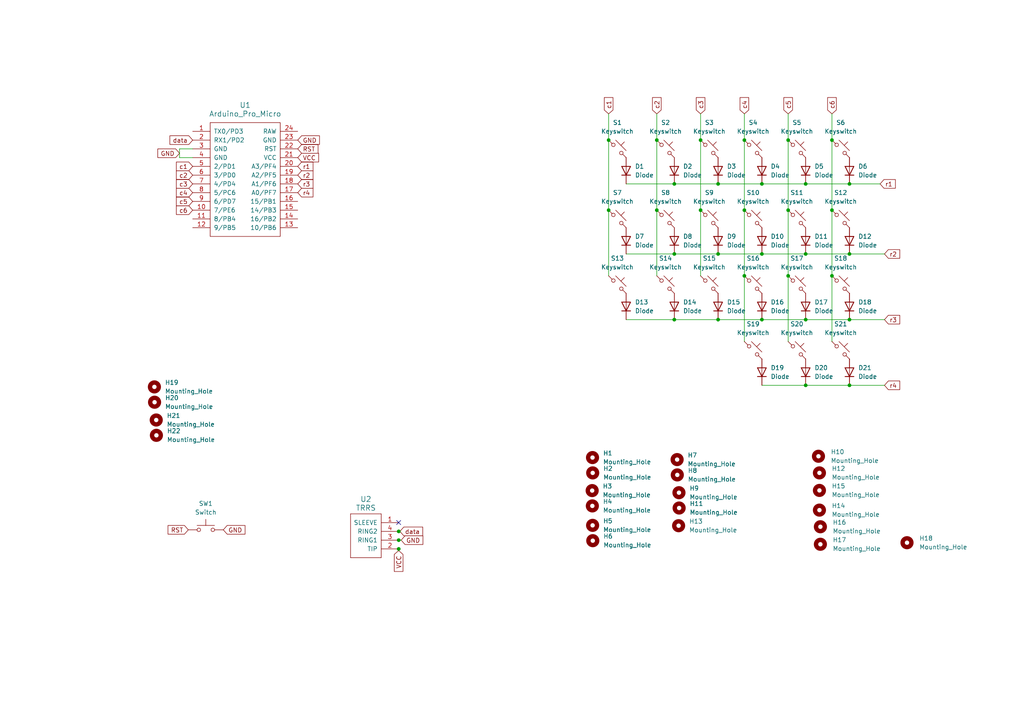
<source format=kicad_sch>
(kicad_sch (version 20230121) (generator eeschema)
  (paper "A4")
  (lib_symbols
    (symbol "ScottoKeebs:MCU_Arduino_Pro_Micro" (pin_names (offset 1.016))
      (property "Reference" "U" (at 0 0 0))
      (property "Value" "Arduino_Pro_Micro" (at 0 -19.05 0))
      (symbol "MCU_Arduino_Pro_Micro_0_1"
        (rectangle (start -10.16 16.51) (end 10.16 -16.51))
      )
      (symbol "MCU_Arduino_Pro_Micro_1_1"
        (pin input line (at -15.24 13.97 0) (length 5.08) (name "TX0/PD3") (number "1"))
        (pin input line (at -15.24 -8.89 0) (length 5.08) (name "7/PE6") (number "10"))
        (pin input line (at -15.24 -11.43 0) (length 5.08) (name "8/PB4") (number "11"))
        (pin input line (at -15.24 -13.97 0) (length 5.08) (name "9/PB5") (number "12"))
        (pin input line (at 15.24 -13.97 180) (length 5.08) (name "10/PB6") (number "13"))
        (pin input line (at 15.24 -11.43 180) (length 5.08) (name "16/PB2") (number "14"))
        (pin input line (at 15.24 -8.89 180) (length 5.08) (name "14/PB3") (number "15"))
        (pin input line (at 15.24 -6.35 180) (length 5.08) (name "15/PB1") (number "16"))
        (pin input line (at 15.24 -3.81 180) (length 5.08) (name "A0/PF7") (number "17"))
        (pin input line (at 15.24 -1.27 180) (length 5.08) (name "A1/PF6") (number "18"))
        (pin input line (at 15.24 1.27 180) (length 5.08) (name "A2/PF5") (number "19"))
        (pin input line (at -15.24 11.43 0) (length 5.08) (name "RX1/PD2") (number "2"))
        (pin input line (at 15.24 3.81 180) (length 5.08) (name "A3/PF4") (number "20"))
        (pin input line (at 15.24 6.35 180) (length 5.08) (name "VCC") (number "21"))
        (pin input line (at 15.24 8.89 180) (length 5.08) (name "RST") (number "22"))
        (pin input line (at 15.24 11.43 180) (length 5.08) (name "GND") (number "23"))
        (pin input line (at 15.24 13.97 180) (length 5.08) (name "RAW") (number "24"))
        (pin input line (at -15.24 8.89 0) (length 5.08) (name "GND") (number "3"))
        (pin input line (at -15.24 6.35 0) (length 5.08) (name "GND") (number "4"))
        (pin input line (at -15.24 3.81 0) (length 5.08) (name "2/PD1") (number "5"))
        (pin input line (at -15.24 1.27 0) (length 5.08) (name "3/PD0") (number "6"))
        (pin input line (at -15.24 -1.27 0) (length 5.08) (name "4/PD4") (number "7"))
        (pin input line (at -15.24 -3.81 0) (length 5.08) (name "5/PC6") (number "8"))
        (pin input line (at -15.24 -6.35 0) (length 5.08) (name "6/PD7") (number "9"))
      )
    )
    (symbol "ScottoKeebs:Placeholder_Diode" (pin_numbers hide) (pin_names hide)
      (property "Reference" "D" (at 0 2.54 0))
      (property "Value" "Diode" (at 0 -2.54 0))
      (symbol "Placeholder_Diode_0_1"
        (polyline (pts (xy -1.27 1.27) (xy -1.27 -1.27)) (stroke (width 0.254)))
        (polyline (pts (xy 1.27 0) (xy -1.27 0)))
        (polyline (pts (xy 1.27 1.27) (xy 1.27 -1.27) (xy -1.27 0) (xy 1.27 1.27)) (stroke (width 0.254)))
      )
      (symbol "Placeholder_Diode_1_1"
        (pin passive line (at -3.81 0 0) (length 2.54) (name "K") (number "1"))
        (pin passive line (at 3.81 0 180) (length 2.54) (name "A") (number "2"))
      )
    )
    (symbol "ScottoKeebs:Placeholder_Keyswitch" (pin_numbers hide) (pin_names (offset 1.016) hide)
      (property "Reference" "S" (at 3.048 1.016 0))
      (property "Value" "Keyswitch" (at 0 -3.81 0))
      (symbol "Placeholder_Keyswitch_0_1"
        (circle (center -1.1684 1.1684) (radius 0.508))
        (polyline (pts (xy -0.508 2.54) (xy 2.54 -0.508)))
        (polyline (pts (xy 1.016 1.016) (xy 2.032 2.032)))
        (polyline (pts (xy -2.54 2.54) (xy -1.524 1.524) (xy -1.524 1.524)))
        (polyline (pts (xy 1.524 -1.524) (xy 2.54 -2.54) (xy 2.54 -2.54) (xy 2.54 -2.54)))
        (circle (center 1.143 -1.1938) (radius 0.508))
        (pin passive line (at -2.54 2.54 0) (length 0) (name "1") (number "1"))
        (pin passive line (at 2.54 -2.54 180) (length 0) (name "2") (number "2"))
      )
    )
    (symbol "ScottoKeebs:Placeholder_Mounting_Hole" (pin_names (offset 1.016))
      (property "Reference" "H" (at 0 5.08 0))
      (property "Value" "Mounting_Hole" (at 0 3.175 0))
      (symbol "Placeholder_Mounting_Hole_0_1"
        (circle (center 0 0) (radius 1.27) (stroke (width 1.27)))
      )
    )
    (symbol "ScottoKeebs:Placeholder_Switch" (pin_numbers hide) (pin_names (offset 1.016) hide)
      (property "Reference" "SW" (at 1.27 2.54 0))
      (property "Value" "Switch" (at 0 -1.524 0))
      (symbol "Placeholder_Switch_0_1"
        (circle (center -2.032 0) (radius 0.508))
        (polyline (pts (xy 0 1.27) (xy 0 3.048)))
        (polyline (pts (xy 2.54 1.27) (xy -2.54 1.27)))
        (circle (center 2.032 0) (radius 0.508))
        (pin passive line (at -5.08 0 0) (length 2.54) (name "1") (number "1"))
        (pin passive line (at 5.08 0 180) (length 2.54) (name "2") (number "2"))
      )
    )
    (symbol "ScottoKeebs:Placeholder_TRRS" (pin_names (offset 1.016))
      (property "Reference" "U" (at 0 15.24 0))
      (property "Value" "TRRS" (at 0 -2.54 0))
      (symbol "Placeholder_TRRS_0_1"
        (rectangle (start -3.81 0) (end -3.81 12.7))
        (rectangle (start -3.81 0) (end 5.08 0))
        (rectangle (start -3.81 12.7) (end 5.08 12.7))
        (rectangle (start 5.08 12.7) (end 5.08 0))
      )
      (symbol "Placeholder_TRRS_1_1"
        (pin input line (at -8.89 2.54 0) (length 5.08) (name "SLEEVE") (number "1"))
        (pin input line (at -8.89 10.16 0) (length 5.08) (name "TIP") (number "2"))
        (pin input line (at -8.89 7.62 0) (length 5.08) (name "RING1") (number "3"))
        (pin input line (at -8.89 5.08 0) (length 5.08) (name "RING2") (number "4"))
      )
    )
  )
  (junction (at 215.9 40.64))
  (junction (at 190.5 40.64))
  (junction (at 246.38 111.76))
  (junction (at 220.98 73.66))
  (junction (at 195.58 92.71))
  (junction (at 228.6 60.96))
  (junction (at 228.6 40.64))
  (junction (at 203.2 60.96))
  (junction (at 233.68 73.66))
  (junction (at 233.68 53.34))
  (junction (at 241.3 80.01))
  (junction (at 190.5 60.96))
  (junction (at 246.38 73.66))
  (junction (at 220.98 92.71))
  (junction (at 228.6 80.01))
  (junction (at 241.3 40.64))
  (junction (at 115.6462 159.2072))
  (junction (at 203.2 40.64))
  (junction (at 215.9 60.96))
  (junction (at 220.98 53.34))
  (junction (at 246.38 92.71))
  (junction (at 246.38 53.34))
  (junction (at 208.28 53.34))
  (junction (at 195.58 53.34))
  (junction (at 233.68 92.71))
  (junction (at 115.6462 154.1272))
  (junction (at 241.3 60.96))
  (junction (at 176.53 40.64))
  (junction (at 233.68 111.76))
  (junction (at 215.9 80.01))
  (junction (at 208.28 92.71))
  (junction (at 208.28 73.66))
  (junction (at 115.6462 156.6672))
  (junction (at 195.58 73.66))
  (junction (at 176.53 60.96))
  (no_connect (at 115.6208 151.5618))
  (wire (pts (xy 246.38 73.66) (xy 256.54 73.66)))
  (wire (pts (xy 228.6 80.01) (xy 228.6 99.06)))
  (wire (pts (xy 195.58 53.34) (xy 208.28 53.34)))
  (wire (pts (xy 190.5 33.02) (xy 190.5 40.64)))
  (wire (pts (xy 115.6462 154.1272) (xy 116.0272 154.1272)))
  (wire (pts (xy 115.6462 159.2072) (xy 115.6462 159.6898)))
  (wire (pts (xy 115.5954 156.6672) (xy 115.6462 156.6672)))
  (wire (pts (xy 181.61 73.66) (xy 195.58 73.66)))
  (wire (pts (xy 176.53 33.02) (xy 176.53 40.64)))
  (wire (pts (xy 215.9 80.01) (xy 215.9 99.06)))
  (wire (pts (xy 52.07 43.18) (xy 52.07 45.72)))
  (wire (pts (xy 115.6462 159.1818) (xy 115.6462 159.2072)))
  (wire (pts (xy 215.9 60.96) (xy 215.9 80.01)))
  (wire (pts (xy 228.6 60.96) (xy 228.6 80.01)))
  (wire (pts (xy 181.61 92.71) (xy 195.58 92.71)))
  (wire (pts (xy 203.2 33.02) (xy 203.2 40.64)))
  (wire (pts (xy 241.3 33.02) (xy 241.3 40.64)))
  (wire (pts (xy 220.98 53.34) (xy 233.68 53.34)))
  (wire (pts (xy 208.28 73.66) (xy 220.98 73.66)))
  (wire (pts (xy 233.68 53.34) (xy 246.38 53.34)))
  (wire (pts (xy 233.68 111.76) (xy 246.38 111.76)))
  (wire (pts (xy 215.9 33.02) (xy 215.9 40.64)))
  (wire (pts (xy 241.3 60.96) (xy 241.3 80.01)))
  (wire (pts (xy 208.28 53.34) (xy 220.98 53.34)))
  (wire (pts (xy 115.6462 159.6898) (xy 115.6208 159.6898)))
  (wire (pts (xy 115.6208 154.1272) (xy 115.6462 154.1272)))
  (wire (pts (xy 116.0272 154.1272) (xy 116.0272 154.1018)))
  (wire (pts (xy 55.88 43.18) (xy 52.07 43.18)))
  (wire (pts (xy 228.6 33.02) (xy 228.6 40.64)))
  (wire (pts (xy 190.5 60.96) (xy 190.5 80.01)))
  (wire (pts (xy 215.9 40.64) (xy 215.9 60.96)))
  (wire (pts (xy 55.88 45.72) (xy 52.07 45.72)))
  (wire (pts (xy 208.28 92.71) (xy 220.98 92.71)))
  (wire (pts (xy 220.98 92.71) (xy 233.68 92.71)))
  (wire (pts (xy 116.0018 154.1018) (xy 116.0272 154.1018)))
  (wire (pts (xy 246.38 53.34) (xy 255.27 53.34)))
  (wire (pts (xy 195.58 73.66) (xy 208.28 73.66)))
  (wire (pts (xy 176.53 40.64) (xy 176.53 60.96)))
  (wire (pts (xy 115.6462 156.6672) (xy 116.3574 156.6672)))
  (wire (pts (xy 233.68 73.66) (xy 246.38 73.66)))
  (wire (pts (xy 181.61 53.34) (xy 195.58 53.34)))
  (wire (pts (xy 176.53 60.96) (xy 176.53 80.01)))
  (wire (pts (xy 246.38 111.76) (xy 256.54 111.76)))
  (wire (pts (xy 203.2 60.96) (xy 203.2 80.01)))
  (wire (pts (xy 241.3 80.01) (xy 241.3 99.06)))
  (wire (pts (xy 241.3 40.64) (xy 241.3 60.96)))
  (wire (pts (xy 190.5 40.64) (xy 190.5 60.96)))
  (wire (pts (xy 246.38 92.71) (xy 256.54 92.71)))
  (wire (pts (xy 220.98 111.76) (xy 233.68 111.76)))
  (wire (pts (xy 203.2 40.64) (xy 203.2 60.96)))
  (wire (pts (xy 220.98 73.66) (xy 233.68 73.66)))
  (wire (pts (xy 195.58 92.71) (xy 208.28 92.71)))
  (wire (pts (xy 233.68 92.71) (xy 246.38 92.71)))
  (wire (pts (xy 228.6 40.64) (xy 228.6 60.96)))
  (global_label "VCC" (shape input) (at 115.6208 159.6898 270) (property "Intersheetrefs" "${INTERSHEET_REFS}" (effects hide)))
  (global_label "r2" (shape input) (at 86.36 50.8 0) (property "Intersheetrefs" "${INTERSHEET_REFS}" (effects hide)))
  (global_label "RST" (shape input) (at 54.61 153.67 180) (property "Intersheetrefs" "${INTERSHEET_REFS}" (effects hide)))
  (global_label "r1" (shape input) (at 255.27 53.34 0) (property "Intersheetrefs" "${INTERSHEET_REFS}" (effects hide)))
  (global_label "c6" (shape input) (at 241.3 33.02 90) (property "Intersheetrefs" "${INTERSHEET_REFS}" (effects hide)))
  (global_label "RST" (shape input) (at 86.36 43.18 0) (property "Intersheetrefs" "${INTERSHEET_REFS}" (effects hide)))
  (global_label "c1" (shape input) (at 176.53 33.02 90) (property "Intersheetrefs" "${INTERSHEET_REFS}" (effects hide)))
  (global_label "r4" (shape input) (at 256.54 111.76 0) (property "Intersheetrefs" "${INTERSHEET_REFS}" (effects hide)))
  (global_label "data" (shape input) (at 116.0018 154.1272 0) (property "Intersheetrefs" "${INTERSHEET_REFS}" (effects hide)))
  (global_label "GND" (shape input) (at 52.07 44.45 180) (property "Intersheetrefs" "${INTERSHEET_REFS}" (effects hide)))
  (global_label "c6" (shape input) (at 55.88 60.96 180) (property "Intersheetrefs" "${INTERSHEET_REFS}" (effects hide)))
  (global_label "c4" (shape input) (at 55.88 55.88 180) (property "Intersheetrefs" "${INTERSHEET_REFS}" (effects hide)))
  (global_label "r4" (shape input) (at 86.36 55.88 0) (property "Intersheetrefs" "${INTERSHEET_REFS}" (effects hide)))
  (global_label "r3" (shape input) (at 86.36 53.34 0) (property "Intersheetrefs" "${INTERSHEET_REFS}" (effects hide)))
  (global_label "VCC" (shape input) (at 86.36 45.72 0) (property "Intersheetrefs" "${INTERSHEET_REFS}" (effects hide)))
  (global_label "GND" (shape input) (at 64.77 153.67 0) (property "Intersheetrefs" "${INTERSHEET_REFS}" (effects hide)))
  (global_label "r2" (shape input) (at 256.54 73.66 0) (property "Intersheetrefs" "${INTERSHEET_REFS}" (effects hide)))
  (global_label "c3" (shape input) (at 203.2 33.02 90) (property "Intersheetrefs" "${INTERSHEET_REFS}" (effects hide)))
  (global_label "c2" (shape input) (at 55.88 50.8 180) (property "Intersheetrefs" "${INTERSHEET_REFS}" (effects hide)))
  (global_label "c3" (shape input) (at 55.88 53.34 180) (property "Intersheetrefs" "${INTERSHEET_REFS}" (effects hide)))
  (global_label "c5" (shape input) (at 55.88 58.42 180) (property "Intersheetrefs" "${INTERSHEET_REFS}" (effects hide)))
  (global_label "r1" (shape input) (at 86.36 48.26 0) (property "Intersheetrefs" "${INTERSHEET_REFS}" (effects hide)))
  (global_label "r3" (shape input) (at 256.54 92.71 0) (property "Intersheetrefs" "${INTERSHEET_REFS}" (effects hide)))
  (global_label "GND" (shape input) (at 116.3574 156.6672 0) (property "Intersheetrefs" "${INTERSHEET_REFS}" (effects hide)))
  (global_label "c5" (shape input) (at 228.6 33.02 90) (property "Intersheetrefs" "${INTERSHEET_REFS}" (effects hide)))
  (global_label "c2" (shape input) (at 190.5 33.02 90) (property "Intersheetrefs" "${INTERSHEET_REFS}" (effects hide)))
  (global_label "c4" (shape input) (at 215.9 33.02 90) (property "Intersheetrefs" "${INTERSHEET_REFS}" (effects hide)))
  (global_label "c1" (shape input) (at 55.88 48.26 180) (property "Intersheetrefs" "${INTERSHEET_REFS}" (effects hide)))
  (global_label "data" (shape input) (at 55.88 40.64 180) (property "Intersheetrefs" "${INTERSHEET_REFS}" (effects hide)))
  (global_label "GND" (shape input) (at 86.36 40.64 0) (property "Intersheetrefs" "${INTERSHEET_REFS}" (effects hide)))
  (symbol (lib_id "ScottoKeebs:Placeholder_Diode") (at 246.38 88.9 90) (unit 1)
    (property "Reference" "D18" (at 248.92 87.63 90) (effects (justify right)))
    (property "Value" "Diode" (at 248.92 90.17 90) (effects (justify right)))
    (property "Footprint" "kbd:D3_SMD" (effects hide))
    (property "Sim.Device" "D" (effects hide))
    (property "Sim.Pins" "1=K 2=A" (effects hide))
  )
  (symbol (lib_id "ScottoKeebs:Placeholder_Keyswitch") (at 193.04 63.5 0) (unit 1)
    (property "Reference" "S8" (at 193.04 55.88 0))
    (property "Value" "Keyswitch" (at 193.04 58.42 0))
    (property "Footprint" "haf:Choc" (effects hide))
  )
  (symbol (lib_id "ScottoKeebs:Placeholder_Diode") (at 195.58 69.85 90) (unit 1)
    (property "Reference" "D8" (at 198.12 68.58 90) (effects (justify right)))
    (property "Value" "Diode" (at 198.12 71.12 90) (effects (justify right)))
    (property "Footprint" "kbd:D3_SMD" (effects hide))
    (property "Sim.Device" "D" (effects hide))
    (property "Sim.Pins" "1=K 2=A" (effects hide))
  )
  (symbol (lib_id "ScottoKeebs:Placeholder_Keyswitch") (at 193.04 82.55 0) (unit 1)
    (property "Reference" "S14" (at 193.04 74.93 0))
    (property "Value" "Keyswitch" (at 193.04 77.47 0))
    (property "Footprint" "haf:Choc" (effects hide))
  )
  (symbol (lib_id "ScottoKeebs:Placeholder_Keyswitch") (at 205.74 82.55 0) (unit 1)
    (property "Reference" "S15" (at 205.74 74.93 0))
    (property "Value" "Keyswitch" (at 205.74 77.47 0))
    (property "Footprint" "haf:Choc" (effects hide))
  )
  (symbol (lib_id "ScottoKeebs:Placeholder_Diode") (at 233.68 49.53 90) (unit 1)
    (property "Reference" "D5" (at 236.22 48.26 90) (effects (justify right)))
    (property "Value" "Diode" (at 236.22 50.8 90) (effects (justify right)))
    (property "Footprint" "kbd:D3_SMD" (effects hide))
    (property "Sim.Device" "D" (effects hide))
    (property "Sim.Pins" "1=K 2=A" (effects hide))
  )
  (symbol (lib_id "ScottoKeebs:Placeholder_Keyswitch") (at 193.04 43.18 0) (unit 1)
    (property "Reference" "S2" (at 193.04 35.56 0))
    (property "Value" "Keyswitch" (at 193.04 38.1 0))
    (property "Footprint" "haf:Choc" (effects hide))
  )
  (symbol (lib_id "ScottoKeebs:Placeholder_Diode") (at 208.28 49.53 90) (unit 1)
    (property "Reference" "D3" (at 210.82 48.26 90) (effects (justify right)))
    (property "Value" "Diode" (at 210.82 50.8 90) (effects (justify right)))
    (property "Footprint" "kbd:D3_SMD" (effects hide))
    (property "Sim.Device" "D" (effects hide))
    (property "Sim.Pins" "1=K 2=A" (effects hide))
  )
  (symbol (lib_id "ScottoKeebs:Placeholder_Diode") (at 220.98 107.95 90) (unit 1)
    (property "Reference" "D19" (at 223.52 106.68 90) (effects (justify right)))
    (property "Value" "Diode" (at 223.52 109.22 90) (effects (justify right)))
    (property "Footprint" "kbd:D3_SMD" (effects hide))
    (property "Sim.Device" "D" (effects hide))
    (property "Sim.Pins" "1=K 2=A" (effects hide))
  )
  (symbol (lib_id "ScottoKeebs:MCU_Arduino_Pro_Micro") (at 71.12 52.07 0) (unit 1)
    (property "Reference" "U1" (at 71.12 30.48 0) (effects (font (size 1.524 1.524))))
    (property "Value" "Arduino_Pro_Micro" (at 71.12 33.02 0) (effects (font (size 1.524 1.524))))
    (property "Footprint" "lily:ProMicro_rev2" (effects hide))
  )
  (symbol (lib_id "ScottoKeebs:Placeholder_Mounting_Hole") (at 44.831 116.6622 0) (unit 1)
    (property "Reference" "H20" (at 47.879 115.3922 0) (effects (justify left)))
    (property "Value" "Mounting_Hole" (at 47.879 117.9322 0) (effects (justify left)))
    (property "Footprint" "kbd:M2_HOLE_v3" (effects hide))
  )
  (symbol (lib_id "ScottoKeebs:Placeholder_Mounting_Hole") (at 171.7548 142.2908 0) (unit 1)
    (property "Reference" "H3" (at 174.8028 141.0208 0) (effects (justify left)))
    (property "Value" "Mounting_Hole" (at 174.8028 143.5608 0) (effects (justify left)))
    (property "Footprint" "Keebio-Parts:breakaway-hole" (effects hide))
  )
  (symbol (lib_id "ScottoKeebs:Placeholder_Diode") (at 181.61 88.9 90) (unit 1)
    (property "Reference" "D13" (at 184.15 87.63 90) (effects (justify right)))
    (property "Value" "Diode" (at 184.15 90.17 90) (effects (justify right)))
    (property "Footprint" "kbd:D3_SMD" (effects hide))
    (property "Sim.Device" "D" (effects hide))
    (property "Sim.Pins" "1=K 2=A" (effects hide))
  )
  (symbol (lib_id "ScottoKeebs:Placeholder_Mounting_Hole") (at 44.7802 112.2172 0) (unit 1)
    (property "Reference" "H19" (at 47.8282 110.9472 0) (effects (justify left)))
    (property "Value" "Mounting_Hole" (at 47.8282 113.4872 0) (effects (justify left)))
    (property "Footprint" "kbd:M2_HOLE_v3" (effects hide))
  )
  (symbol (lib_id "ScottoKeebs:Placeholder_Keyswitch") (at 205.74 43.18 0) (unit 1)
    (property "Reference" "S3" (at 205.74 35.56 0))
    (property "Value" "Keyswitch" (at 205.74 38.1 0))
    (property "Footprint" "haf:Choc" (effects hide))
  )
  (symbol (lib_id "ScottoKeebs:Placeholder_Keyswitch") (at 231.14 43.18 0) (unit 1)
    (property "Reference" "S5" (at 231.14 35.56 0))
    (property "Value" "Keyswitch" (at 231.14 38.1 0))
    (property "Footprint" "haf:Choc" (effects hide))
  )
  (symbol (lib_id "ScottoKeebs:Placeholder_TRRS") (at 106.7562 149.0472 180) (unit 1)
    (property "Reference" "U2" (at 106.1212 144.78 0) (effects (font (size 1.524 1.524))))
    (property "Value" "TRRS" (at 106.1212 147.32 0) (effects (font (size 1.524 1.524))))
    (property "Footprint" "haf:TRRS-PJ-320A-dual" (effects hide))
  )
  (symbol (lib_id "ScottoKeebs:Placeholder_Keyswitch") (at 179.07 82.55 0) (unit 1)
    (property "Reference" "S13" (at 179.07 74.93 0))
    (property "Value" "Keyswitch" (at 179.07 77.47 0))
    (property "Footprint" "haf:Choc" (effects hide))
  )
  (symbol (lib_id "ScottoKeebs:Placeholder_Switch") (at 59.69 153.67 0) (unit 1)
    (property "Reference" "SW1" (at 59.69 146.05 0))
    (property "Value" "Switch" (at 59.69 148.59 0))
    (property "Footprint" "lily:TACT_SWITCH_TVBP06" (effects hide))
  )
  (symbol (lib_id "ScottoKeebs:Placeholder_Mounting_Hole") (at 237.9472 152.781 0) (unit 1)
    (property "Reference" "H16" (at 241.5032 151.511 0) (effects (justify left)))
    (property "Value" "Mounting_Hole" (at 241.5032 154.051 0) (effects (justify left)))
    (property "Footprint" "Keebio-Parts:breakaway-hole" (effects hide))
  )
  (symbol (lib_id "ScottoKeebs:Placeholder_Mounting_Hole") (at 196.977 147.3454 0) (unit 1)
    (property "Reference" "H11" (at 200.025 146.0754 0) (effects (justify left)))
    (property "Value" "Mounting_Hole" (at 200.025 148.6154 0) (effects (justify left)))
    (property "Footprint" "Keebio-Parts:breakaway-hole" (effects hide))
  )
  (symbol (lib_id "ScottoKeebs:Placeholder_Diode") (at 220.98 49.53 90) (unit 1)
    (property "Reference" "D4" (at 223.52 48.26 90) (effects (justify right)))
    (property "Value" "Diode" (at 223.52 50.8 90) (effects (justify right)))
    (property "Footprint" "kbd:D3_SMD" (effects hide))
    (property "Sim.Device" "D" (effects hide))
    (property "Sim.Pins" "1=K 2=A" (effects hide))
  )
  (symbol (lib_id "ScottoKeebs:Placeholder_Diode") (at 195.58 88.9 90) (unit 1)
    (property "Reference" "D14" (at 198.12 87.63 90) (effects (justify right)))
    (property "Value" "Diode" (at 198.12 90.17 90) (effects (justify right)))
    (property "Footprint" "kbd:D3_SMD" (effects hide))
    (property "Sim.Device" "D" (effects hide))
    (property "Sim.Pins" "1=K 2=A" (effects hide))
  )
  (symbol (lib_id "ScottoKeebs:Placeholder_Mounting_Hole") (at 237.6678 147.955 0) (unit 1)
    (property "Reference" "H14" (at 241.2238 146.685 0) (effects (justify left)))
    (property "Value" "Mounting_Hole" (at 241.2238 149.225 0) (effects (justify left)))
    (property "Footprint" "Keebio-Parts:breakaway-hole" (effects hide))
  )
  (symbol (lib_id "ScottoKeebs:Placeholder_Mounting_Hole") (at 237.6678 142.24 0) (unit 1)
    (property "Reference" "H15" (at 241.2238 140.97 0) (effects (justify left)))
    (property "Value" "Mounting_Hole" (at 241.2238 143.51 0) (effects (justify left)))
    (property "Footprint" "Keebio-Parts:breakaway-hole" (effects hide))
  )
  (symbol (lib_id "ScottoKeebs:Placeholder_Keyswitch") (at 243.84 63.5 0) (unit 1)
    (property "Reference" "S12" (at 243.84 55.88 0))
    (property "Value" "Keyswitch" (at 243.84 58.42 0))
    (property "Footprint" "haf:Choc" (effects hide))
  )
  (symbol (lib_id "ScottoKeebs:Placeholder_Mounting_Hole") (at 196.8246 152.4762 0) (unit 1)
    (property "Reference" "H13" (at 199.8726 151.2062 0) (effects (justify left)))
    (property "Value" "Mounting_Hole" (at 199.8726 153.7462 0) (effects (justify left)))
    (property "Footprint" "Keebio-Parts:breakaway-hole" (effects hide))
  )
  (symbol (lib_id "ScottoKeebs:Placeholder_Keyswitch") (at 243.84 101.6 0) (unit 1)
    (property "Reference" "S21" (at 243.84 93.98 0))
    (property "Value" "Keyswitch" (at 243.84 96.52 0))
    (property "Footprint" "haf:Choc" (effects hide))
  )
  (symbol (lib_id "ScottoKeebs:Placeholder_Keyswitch") (at 218.44 101.6 0) (unit 1)
    (property "Reference" "S19" (at 218.44 93.98 0))
    (property "Value" "Keyswitch" (at 218.44 96.52 0))
    (property "Footprint" "haf:Choc" (effects hide))
  )
  (symbol (lib_id "ScottoKeebs:Placeholder_Diode") (at 233.68 107.95 90) (unit 1)
    (property "Reference" "D20" (at 236.22 106.68 90) (effects (justify right)))
    (property "Value" "Diode" (at 236.22 109.22 90) (effects (justify right)))
    (property "Footprint" "kbd:D3_SMD" (effects hide))
    (property "Sim.Device" "D" (effects hide))
    (property "Sim.Pins" "1=K 2=A" (effects hide))
  )
  (symbol (lib_id "ScottoKeebs:Placeholder_Mounting_Hole") (at 237.3884 132.334 0) (unit 1)
    (property "Reference" "H10" (at 240.9444 131.064 0) (effects (justify left)))
    (property "Value" "Mounting_Hole" (at 240.9444 133.604 0) (effects (justify left)))
    (property "Footprint" "Keebio-Parts:breakaway-hole" (effects hide))
  )
  (symbol (lib_id "ScottoKeebs:Placeholder_Mounting_Hole") (at 171.9072 137.16 0) (unit 1)
    (property "Reference" "H2" (at 174.9552 135.89 0) (effects (justify left)))
    (property "Value" "Mounting_Hole" (at 174.9552 138.43 0) (effects (justify left)))
    (property "Footprint" "Keebio-Parts:breakaway-hole" (effects hide))
  )
  (symbol (lib_id "ScottoKeebs:Placeholder_Diode") (at 195.58 49.53 90) (unit 1)
    (property "Reference" "D2" (at 198.12 48.26 90) (effects (justify right)))
    (property "Value" "Diode" (at 198.12 50.8 90) (effects (justify right)))
    (property "Footprint" "kbd:D3_SMD" (effects hide))
    (property "Sim.Device" "D" (effects hide))
    (property "Sim.Pins" "1=K 2=A" (effects hide))
  )
  (symbol (lib_id "ScottoKeebs:Placeholder_Keyswitch") (at 243.84 82.55 0) (unit 1)
    (property "Reference" "S18" (at 243.84 74.93 0))
    (property "Value" "Keyswitch" (at 243.84 77.47 0))
    (property "Footprint" "haf:Choc" (effects hide))
  )
  (symbol (lib_id "ScottoKeebs:Placeholder_Mounting_Hole") (at 263.0678 157.4038 0) (unit 1)
    (property "Reference" "H18" (at 266.6238 156.1338 0) (effects (justify left)))
    (property "Value" "Mounting_Hole" (at 266.6238 158.6738 0) (effects (justify left)))
    (property "Footprint" "Keebio-Parts:breakaway-hole" (effects hide))
  )
  (symbol (lib_id "ScottoKeebs:Placeholder_Keyswitch") (at 218.44 63.5 0) (unit 1)
    (property "Reference" "S10" (at 218.44 55.88 0))
    (property "Value" "Keyswitch" (at 218.44 58.42 0))
    (property "Footprint" "haf:Choc" (effects hide))
  )
  (symbol (lib_id "ScottoKeebs:Placeholder_Keyswitch") (at 243.84 43.18 0) (unit 1)
    (property "Reference" "S6" (at 243.84 35.56 0))
    (property "Value" "Keyswitch" (at 243.84 38.1 0))
    (property "Footprint" "haf:Choc" (effects hide))
  )
  (symbol (lib_id "ScottoKeebs:Placeholder_Mounting_Hole") (at 45.3644 126.2634 0) (unit 1)
    (property "Reference" "H22" (at 48.4124 124.9934 0) (effects (justify left)))
    (property "Value" "Mounting_Hole" (at 48.4124 127.5334 0) (effects (justify left)))
    (property "Footprint" "kbd:M2_HOLE_v3" (effects hide))
  )
  (symbol (lib_id "ScottoKeebs:Placeholder_Diode") (at 233.68 88.9 90) (unit 1)
    (property "Reference" "D17" (at 236.22 87.63 90) (effects (justify right)))
    (property "Value" "Diode" (at 236.22 90.17 90) (effects (justify right)))
    (property "Footprint" "kbd:D3_SMD" (effects hide))
    (property "Sim.Device" "D" (effects hide))
    (property "Sim.Pins" "1=K 2=A" (effects hide))
  )
  (symbol (lib_id "ScottoKeebs:Placeholder_Mounting_Hole") (at 45.3136 121.8184 0) (unit 1)
    (property "Reference" "H21" (at 48.3616 120.5484 0) (effects (justify left)))
    (property "Value" "Mounting_Hole" (at 48.3616 123.0884 0) (effects (justify left)))
    (property "Footprint" "kbd:M2_HOLE_v3" (effects hide))
  )
  (symbol (lib_id "ScottoKeebs:Placeholder_Mounting_Hole") (at 237.9472 157.861 0) (unit 1)
    (property "Reference" "H17" (at 241.5032 156.591 0) (effects (justify left)))
    (property "Value" "Mounting_Hole" (at 241.5032 159.131 0) (effects (justify left)))
    (property "Footprint" "Keebio-Parts:breakaway-hole" (effects hide))
  )
  (symbol (lib_id "ScottoKeebs:Placeholder_Keyswitch") (at 231.14 101.6 0) (unit 1)
    (property "Reference" "S20" (at 231.14 93.98 0))
    (property "Value" "Keyswitch" (at 231.14 96.52 0))
    (property "Footprint" "haf:Choc" (effects hide))
  )
  (symbol (lib_id "ScottoKeebs:Placeholder_Diode") (at 181.61 49.53 90) (unit 1)
    (property "Reference" "D1" (at 184.15 48.26 90) (effects (justify right)))
    (property "Value" "Diode" (at 184.15 50.8 90) (effects (justify right)))
    (property "Footprint" "kbd:D3_SMD" (effects hide))
    (property "Sim.Device" "D" (effects hide))
    (property "Sim.Pins" "1=K 2=A" (effects hide))
  )
  (symbol (lib_id "ScottoKeebs:Placeholder_Mounting_Hole") (at 171.8056 146.7358 0) (unit 1)
    (property "Reference" "H4" (at 174.8536 145.4658 0) (effects (justify left)))
    (property "Value" "Mounting_Hole" (at 174.8536 148.0058 0) (effects (justify left)))
    (property "Footprint" "Keebio-Parts:breakaway-hole" (effects hide))
  )
  (symbol (lib_id "ScottoKeebs:Placeholder_Diode") (at 220.98 69.85 90) (unit 1)
    (property "Reference" "D10" (at 223.52 68.58 90) (effects (justify right)))
    (property "Value" "Diode" (at 223.52 71.12 90) (effects (justify right)))
    (property "Footprint" "kbd:D3_SMD" (effects hide))
    (property "Sim.Device" "D" (effects hide))
    (property "Sim.Pins" "1=K 2=A" (effects hide))
  )
  (symbol (lib_id "ScottoKeebs:Placeholder_Mounting_Hole") (at 196.3928 133.2992 0) (unit 1)
    (property "Reference" "H7" (at 199.4408 132.0292 0) (effects (justify left)))
    (property "Value" "Mounting_Hole" (at 199.4408 134.5692 0) (effects (justify left)))
    (property "Footprint" "Keebio-Parts:breakaway-hole" (effects hide))
  )
  (symbol (lib_id "ScottoKeebs:Placeholder_Diode") (at 246.38 49.53 90) (unit 1)
    (property "Reference" "D6" (at 248.92 48.26 90) (effects (justify right)))
    (property "Value" "Diode" (at 248.92 50.8 90) (effects (justify right)))
    (property "Footprint" "kbd:D3_SMD" (effects hide))
    (property "Sim.Device" "D" (effects hide))
    (property "Sim.Pins" "1=K 2=A" (effects hide))
  )
  (symbol (lib_id "ScottoKeebs:Placeholder_Diode") (at 220.98 88.9 90) (unit 1)
    (property "Reference" "D16" (at 223.52 87.63 90) (effects (justify right)))
    (property "Value" "Diode" (at 223.52 90.17 90) (effects (justify right)))
    (property "Footprint" "kbd:D3_SMD" (effects hide))
    (property "Sim.Device" "D" (effects hide))
    (property "Sim.Pins" "1=K 2=A" (effects hide))
  )
  (symbol (lib_id "ScottoKeebs:Placeholder_Keyswitch") (at 218.44 82.55 0) (unit 1)
    (property "Reference" "S16" (at 218.44 74.93 0))
    (property "Value" "Keyswitch" (at 218.44 77.47 0))
    (property "Footprint" "haf:Choc" (effects hide))
  )
  (symbol (lib_id "ScottoKeebs:Placeholder_Mounting_Hole") (at 196.9262 142.9004 0) (unit 1)
    (property "Reference" "H9" (at 199.9742 141.6304 0) (effects (justify left)))
    (property "Value" "Mounting_Hole" (at 199.9742 144.1704 0) (effects (justify left)))
    (property "Footprint" "Keebio-Parts:breakaway-hole" (effects hide))
  )
  (symbol (lib_id "ScottoKeebs:Placeholder_Keyswitch") (at 231.14 82.55 0) (unit 1)
    (property "Reference" "S17" (at 231.14 74.93 0))
    (property "Value" "Keyswitch" (at 231.14 77.47 0))
    (property "Footprint" "haf:Choc" (effects hide))
  )
  (symbol (lib_id "ScottoKeebs:Placeholder_Mounting_Hole") (at 171.9326 156.8196 0) (unit 1)
    (property "Reference" "H6" (at 174.9806 155.5496 0) (effects (justify left)))
    (property "Value" "Mounting_Hole" (at 174.9806 158.0896 0) (effects (justify left)))
    (property "Footprint" "Keebio-Parts:breakaway-hole" (effects hide))
  )
  (symbol (lib_id "ScottoKeebs:Placeholder_Diode") (at 208.28 69.85 90) (unit 1)
    (property "Reference" "D9" (at 210.82 68.58 90) (effects (justify right)))
    (property "Value" "Diode" (at 210.82 71.12 90) (effects (justify right)))
    (property "Footprint" "kbd:D3_SMD" (effects hide))
    (property "Sim.Device" "D" (effects hide))
    (property "Sim.Pins" "1=K 2=A" (effects hide))
  )
  (symbol (lib_id "ScottoKeebs:Placeholder_Mounting_Hole") (at 196.4436 137.7442 0) (unit 1)
    (property "Reference" "H8" (at 199.4916 136.4742 0) (effects (justify left)))
    (property "Value" "Mounting_Hole" (at 199.4916 139.0142 0) (effects (justify left)))
    (property "Footprint" "Keebio-Parts:breakaway-hole" (effects hide))
  )
  (symbol (lib_id "ScottoKeebs:Placeholder_Mounting_Hole") (at 171.8818 152.3746 0) (unit 1)
    (property "Reference" "H5" (at 174.9298 151.1046 0) (effects (justify left)))
    (property "Value" "Mounting_Hole" (at 174.9298 153.6446 0) (effects (justify left)))
    (property "Footprint" "Keebio-Parts:breakaway-hole" (effects hide))
  )
  (symbol (lib_id "ScottoKeebs:Placeholder_Mounting_Hole") (at 237.6678 137.16 0) (unit 1)
    (property "Reference" "H12" (at 241.2238 135.89 0) (effects (justify left)))
    (property "Value" "Mounting_Hole" (at 241.2238 138.43 0) (effects (justify left)))
    (property "Footprint" "Keebio-Parts:breakaway-hole" (effects hide))
  )
  (symbol (lib_id "ScottoKeebs:Placeholder_Keyswitch") (at 231.14 63.5 0) (unit 1)
    (property "Reference" "S11" (at 231.14 55.88 0))
    (property "Value" "Keyswitch" (at 231.14 58.42 0))
    (property "Footprint" "haf:Choc" (effects hide))
  )
  (symbol (lib_id "ScottoKeebs:Placeholder_Mounting_Hole") (at 171.8564 132.715 0) (unit 1)
    (property "Reference" "H1" (at 174.9044 131.445 0) (effects (justify left)))
    (property "Value" "Mounting_Hole" (at 174.9044 133.985 0) (effects (justify left)))
    (property "Footprint" "Keebio-Parts:breakaway-hole" (effects hide))
  )
  (symbol (lib_id "ScottoKeebs:Placeholder_Keyswitch") (at 179.07 63.5 0) (unit 1)
    (property "Reference" "S7" (at 179.07 55.88 0))
    (property "Value" "Keyswitch" (at 179.07 58.42 0))
    (property "Footprint" "haf:Choc" (effects hide))
  )
  (symbol (lib_id "ScottoKeebs:Placeholder_Diode") (at 246.38 107.95 90) (unit 1)
    (property "Reference" "D21" (at 248.92 106.68 90) (effects (justify right)))
    (property "Value" "Diode" (at 248.92 109.22 90) (effects (justify right)))
    (property "Footprint" "kbd:D3_SMD" (effects hide))
    (property "Sim.Device" "D" (effects hide))
    (property "Sim.Pins" "1=K 2=A" (effects hide))
  )
  (symbol (lib_id "ScottoKeebs:Placeholder_Diode") (at 246.38 69.85 90) (unit 1)
    (property "Reference" "D12" (at 248.92 68.58 90) (effects (justify right)))
    (property "Value" "Diode" (at 248.92 71.12 90) (effects (justify right)))
    (property "Footprint" "kbd:D3_SMD" (effects hide))
    (property "Sim.Device" "D" (effects hide))
    (property "Sim.Pins" "1=K 2=A" (effects hide))
  )
  (symbol (lib_id "ScottoKeebs:Placeholder_Diode") (at 181.61 69.85 90) (unit 1)
    (property "Reference" "D7" (at 184.15 68.58 90) (effects (justify right)))
    (property "Value" "Diode" (at 184.15 71.12 90) (effects (justify right)))
    (property "Footprint" "kbd:D3_SMD" (effects hide))
    (property "Sim.Device" "D" (effects hide))
    (property "Sim.Pins" "1=K 2=A" (effects hide))
  )
  (symbol (lib_id "ScottoKeebs:Placeholder_Keyswitch") (at 179.07 43.18 0) (unit 1)
    (property "Reference" "S1" (at 179.07 35.56 0))
    (property "Value" "Keyswitch" (at 179.07 38.1 0))
    (property "Footprint" "haf:Choc" (effects hide))
  )
  (symbol (lib_id "ScottoKeebs:Placeholder_Diode") (at 208.28 88.9 90) (unit 1)
    (property "Reference" "D15" (at 210.82 87.63 90) (effects (justify right)))
    (property "Value" "Diode" (at 210.82 90.17 90) (effects (justify right)))
    (property "Footprint" "kbd:D3_SMD" (effects hide))
    (property "Sim.Device" "D" (effects hide))
    (property "Sim.Pins" "1=K 2=A" (effects hide))
  )
  (symbol (lib_id "ScottoKeebs:Placeholder_Keyswitch") (at 218.44 43.18 0) (unit 1)
    (property "Reference" "S4" (at 218.44 35.56 0))
    (property "Value" "Keyswitch" (at 218.44 38.1 0))
    (property "Footprint" "haf:Choc" (effects hide))
  )
  (symbol (lib_id "ScottoKeebs:Placeholder_Keyswitch") (at 205.74 63.5 0) (unit 1)
    (property "Reference" "S9" (at 205.74 55.88 0))
    (property "Value" "Keyswitch" (at 205.74 58.42 0))
    (property "Footprint" "haf:Choc" (effects hide))
  )
  (symbol (lib_id "ScottoKeebs:Placeholder_Diode") (at 233.68 69.85 90) (unit 1)
    (property "Reference" "D11" (at 236.22 68.58 90) (effects (justify right)))
    (property "Value" "Diode" (at 236.22 71.12 90) (effects (justify right)))
    (property "Footprint" "kbd:D3_SMD" (effects hide))
    (property "Sim.Device" "D" (effects hide))
    (property "Sim.Pins" "1=K 2=A" (effects hide))
  )
)
</source>
